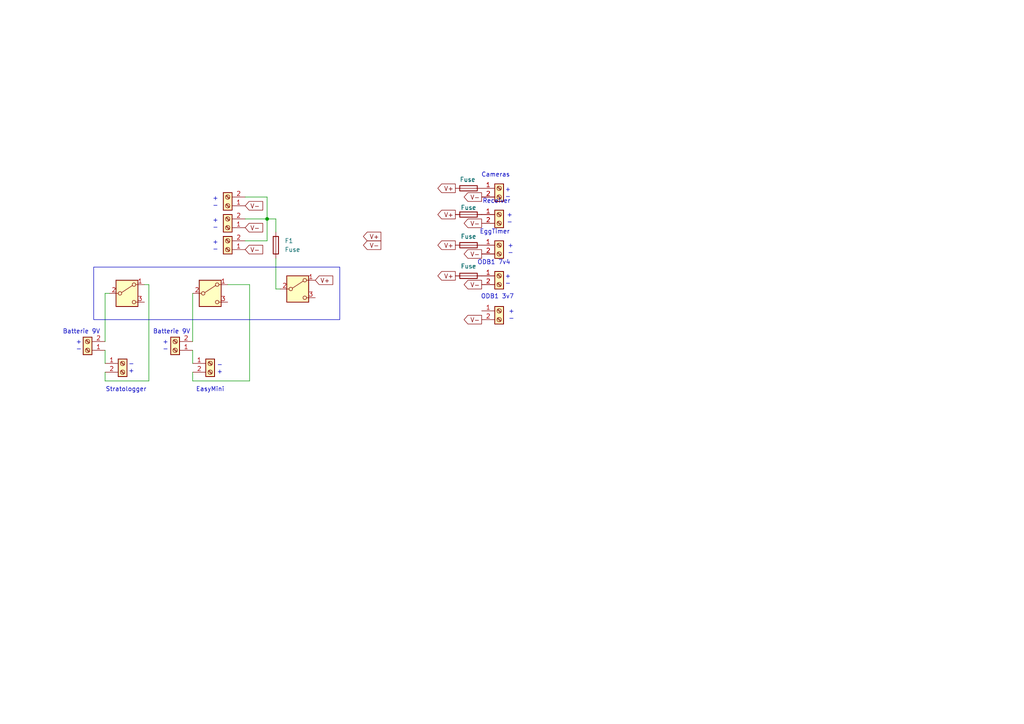
<source format=kicad_sch>
(kicad_sch
	(version 20231120)
	(generator "eeschema")
	(generator_version "8.0")
	(uuid "0b320563-470f-4c42-86e4-4476d70a9b32")
	(paper "A4")
	(lib_symbols
		(symbol "Connector:Screw_Terminal_01x02"
			(pin_names
				(offset 1.016) hide)
			(exclude_from_sim no)
			(in_bom yes)
			(on_board yes)
			(property "Reference" "J"
				(at 0 2.54 0)
				(effects
					(font
						(size 1.27 1.27)
					)
				)
			)
			(property "Value" "Screw_Terminal_01x02"
				(at 0 -5.08 0)
				(effects
					(font
						(size 1.27 1.27)
					)
				)
			)
			(property "Footprint" ""
				(at 0 0 0)
				(effects
					(font
						(size 1.27 1.27)
					)
					(hide yes)
				)
			)
			(property "Datasheet" "~"
				(at 0 0 0)
				(effects
					(font
						(size 1.27 1.27)
					)
					(hide yes)
				)
			)
			(property "Description" "Generic screw terminal, single row, 01x02, script generated (kicad-library-utils/schlib/autogen/connector/)"
				(at 0 0 0)
				(effects
					(font
						(size 1.27 1.27)
					)
					(hide yes)
				)
			)
			(property "ki_keywords" "screw terminal"
				(at 0 0 0)
				(effects
					(font
						(size 1.27 1.27)
					)
					(hide yes)
				)
			)
			(property "ki_fp_filters" "TerminalBlock*:*"
				(at 0 0 0)
				(effects
					(font
						(size 1.27 1.27)
					)
					(hide yes)
				)
			)
			(symbol "Screw_Terminal_01x02_1_1"
				(rectangle
					(start -1.27 1.27)
					(end 1.27 -3.81)
					(stroke
						(width 0.254)
						(type default)
					)
					(fill
						(type background)
					)
				)
				(circle
					(center 0 -2.54)
					(radius 0.635)
					(stroke
						(width 0.1524)
						(type default)
					)
					(fill
						(type none)
					)
				)
				(polyline
					(pts
						(xy -0.5334 -2.2098) (xy 0.3302 -3.048)
					)
					(stroke
						(width 0.1524)
						(type default)
					)
					(fill
						(type none)
					)
				)
				(polyline
					(pts
						(xy -0.5334 0.3302) (xy 0.3302 -0.508)
					)
					(stroke
						(width 0.1524)
						(type default)
					)
					(fill
						(type none)
					)
				)
				(polyline
					(pts
						(xy -0.3556 -2.032) (xy 0.508 -2.8702)
					)
					(stroke
						(width 0.1524)
						(type default)
					)
					(fill
						(type none)
					)
				)
				(polyline
					(pts
						(xy -0.3556 0.508) (xy 0.508 -0.3302)
					)
					(stroke
						(width 0.1524)
						(type default)
					)
					(fill
						(type none)
					)
				)
				(circle
					(center 0 0)
					(radius 0.635)
					(stroke
						(width 0.1524)
						(type default)
					)
					(fill
						(type none)
					)
				)
				(pin passive line
					(at -5.08 0 0)
					(length 3.81)
					(name "Pin_1"
						(effects
							(font
								(size 1.27 1.27)
							)
						)
					)
					(number "1"
						(effects
							(font
								(size 1.27 1.27)
							)
						)
					)
				)
				(pin passive line
					(at -5.08 -2.54 0)
					(length 3.81)
					(name "Pin_2"
						(effects
							(font
								(size 1.27 1.27)
							)
						)
					)
					(number "2"
						(effects
							(font
								(size 1.27 1.27)
							)
						)
					)
				)
			)
		)
		(symbol "Device:Fuse"
			(pin_numbers hide)
			(pin_names
				(offset 0)
			)
			(exclude_from_sim no)
			(in_bom yes)
			(on_board yes)
			(property "Reference" "F"
				(at 2.032 0 90)
				(effects
					(font
						(size 1.27 1.27)
					)
				)
			)
			(property "Value" "Fuse"
				(at -1.905 0 90)
				(effects
					(font
						(size 1.27 1.27)
					)
				)
			)
			(property "Footprint" ""
				(at -1.778 0 90)
				(effects
					(font
						(size 1.27 1.27)
					)
					(hide yes)
				)
			)
			(property "Datasheet" "~"
				(at 0 0 0)
				(effects
					(font
						(size 1.27 1.27)
					)
					(hide yes)
				)
			)
			(property "Description" "Fuse"
				(at 0 0 0)
				(effects
					(font
						(size 1.27 1.27)
					)
					(hide yes)
				)
			)
			(property "ki_keywords" "fuse"
				(at 0 0 0)
				(effects
					(font
						(size 1.27 1.27)
					)
					(hide yes)
				)
			)
			(property "ki_fp_filters" "*Fuse*"
				(at 0 0 0)
				(effects
					(font
						(size 1.27 1.27)
					)
					(hide yes)
				)
			)
			(symbol "Fuse_0_1"
				(rectangle
					(start -0.762 -2.54)
					(end 0.762 2.54)
					(stroke
						(width 0.254)
						(type default)
					)
					(fill
						(type none)
					)
				)
				(polyline
					(pts
						(xy 0 2.54) (xy 0 -2.54)
					)
					(stroke
						(width 0)
						(type default)
					)
					(fill
						(type none)
					)
				)
			)
			(symbol "Fuse_1_1"
				(pin passive line
					(at 0 3.81 270)
					(length 1.27)
					(name "~"
						(effects
							(font
								(size 1.27 1.27)
							)
						)
					)
					(number "1"
						(effects
							(font
								(size 1.27 1.27)
							)
						)
					)
				)
				(pin passive line
					(at 0 -3.81 90)
					(length 1.27)
					(name "~"
						(effects
							(font
								(size 1.27 1.27)
							)
						)
					)
					(number "2"
						(effects
							(font
								(size 1.27 1.27)
							)
						)
					)
				)
			)
		)
		(symbol "Switch:SW_DPDT_x2"
			(pin_names
				(offset 0) hide)
			(exclude_from_sim no)
			(in_bom yes)
			(on_board yes)
			(property "Reference" "SW"
				(at 0 5.08 0)
				(effects
					(font
						(size 1.27 1.27)
					)
				)
			)
			(property "Value" "SW_DPDT_x2"
				(at 0 -5.08 0)
				(effects
					(font
						(size 1.27 1.27)
					)
				)
			)
			(property "Footprint" ""
				(at 0 0 0)
				(effects
					(font
						(size 1.27 1.27)
					)
					(hide yes)
				)
			)
			(property "Datasheet" "~"
				(at 0 0 0)
				(effects
					(font
						(size 1.27 1.27)
					)
					(hide yes)
				)
			)
			(property "Description" "Switch, dual pole double throw, separate symbols"
				(at 0 0 0)
				(effects
					(font
						(size 1.27 1.27)
					)
					(hide yes)
				)
			)
			(property "ki_keywords" "switch dual-pole double-throw DPDT spdt ON-ON"
				(at 0 0 0)
				(effects
					(font
						(size 1.27 1.27)
					)
					(hide yes)
				)
			)
			(property "ki_fp_filters" "SW*DPDT*"
				(at 0 0 0)
				(effects
					(font
						(size 1.27 1.27)
					)
					(hide yes)
				)
			)
			(symbol "SW_DPDT_x2_0_0"
				(circle
					(center -2.032 0)
					(radius 0.508)
					(stroke
						(width 0)
						(type default)
					)
					(fill
						(type none)
					)
				)
				(circle
					(center 2.032 -2.54)
					(radius 0.508)
					(stroke
						(width 0)
						(type default)
					)
					(fill
						(type none)
					)
				)
			)
			(symbol "SW_DPDT_x2_0_1"
				(rectangle
					(start -3.175 3.81)
					(end 3.175 -3.81)
					(stroke
						(width 0.254)
						(type default)
					)
					(fill
						(type background)
					)
				)
				(polyline
					(pts
						(xy -1.524 0.254) (xy 1.5748 2.286)
					)
					(stroke
						(width 0)
						(type default)
					)
					(fill
						(type none)
					)
				)
				(circle
					(center 2.032 2.54)
					(radius 0.508)
					(stroke
						(width 0)
						(type default)
					)
					(fill
						(type none)
					)
				)
			)
			(symbol "SW_DPDT_x2_1_1"
				(pin passive line
					(at 5.08 2.54 180)
					(length 2.54)
					(name "A"
						(effects
							(font
								(size 1.27 1.27)
							)
						)
					)
					(number "1"
						(effects
							(font
								(size 1.27 1.27)
							)
						)
					)
				)
				(pin passive line
					(at -5.08 0 0)
					(length 2.54)
					(name "B"
						(effects
							(font
								(size 1.27 1.27)
							)
						)
					)
					(number "2"
						(effects
							(font
								(size 1.27 1.27)
							)
						)
					)
				)
				(pin passive line
					(at 5.08 -2.54 180)
					(length 2.54)
					(name "C"
						(effects
							(font
								(size 1.27 1.27)
							)
						)
					)
					(number "3"
						(effects
							(font
								(size 1.27 1.27)
							)
						)
					)
				)
			)
			(symbol "SW_DPDT_x2_2_1"
				(pin passive line
					(at 5.08 2.54 180)
					(length 2.54)
					(name "A"
						(effects
							(font
								(size 1.27 1.27)
							)
						)
					)
					(number "4"
						(effects
							(font
								(size 1.27 1.27)
							)
						)
					)
				)
				(pin passive line
					(at -5.08 0 0)
					(length 2.54)
					(name "B"
						(effects
							(font
								(size 1.27 1.27)
							)
						)
					)
					(number "5"
						(effects
							(font
								(size 1.27 1.27)
							)
						)
					)
				)
				(pin passive line
					(at 5.08 -2.54 180)
					(length 2.54)
					(name "C"
						(effects
							(font
								(size 1.27 1.27)
							)
						)
					)
					(number "6"
						(effects
							(font
								(size 1.27 1.27)
							)
						)
					)
				)
			)
		)
	)
	(junction
		(at 77.47 63.5)
		(diameter 0)
		(color 0 0 0 0)
		(uuid "16b671a5-05c6-486d-9388-6f43dc65831a")
	)
	(wire
		(pts
			(xy 80.01 63.5) (xy 80.01 67.31)
		)
		(stroke
			(width 0)
			(type default)
		)
		(uuid "0a54d784-1049-46fd-88ca-221c9c46ee08")
	)
	(wire
		(pts
			(xy 30.48 99.06) (xy 30.48 85.09)
		)
		(stroke
			(width 0)
			(type default)
		)
		(uuid "0fc286c9-e2a2-4576-8f92-be3fdf295b3a")
	)
	(wire
		(pts
			(xy 30.48 110.49) (xy 43.18 110.49)
		)
		(stroke
			(width 0)
			(type default)
		)
		(uuid "283f7303-f779-4f20-b80f-23fcdb319b43")
	)
	(wire
		(pts
			(xy 80.01 83.82) (xy 81.28 83.82)
		)
		(stroke
			(width 0)
			(type default)
		)
		(uuid "30fcb86a-d6ad-4214-b0af-0c85c13a83c9")
	)
	(wire
		(pts
			(xy 72.39 110.49) (xy 55.88 110.49)
		)
		(stroke
			(width 0)
			(type default)
		)
		(uuid "31559908-c370-4500-bc76-f87221883f80")
	)
	(wire
		(pts
			(xy 55.88 99.06) (xy 55.88 85.09)
		)
		(stroke
			(width 0)
			(type default)
		)
		(uuid "357e8a13-65c7-4b7b-beff-4f5b84048f47")
	)
	(wire
		(pts
			(xy 77.47 57.15) (xy 77.47 63.5)
		)
		(stroke
			(width 0)
			(type default)
		)
		(uuid "4e3ddf45-3125-4c27-be09-7c635d734a15")
	)
	(wire
		(pts
			(xy 77.47 69.85) (xy 77.47 63.5)
		)
		(stroke
			(width 0)
			(type default)
		)
		(uuid "7011a3ca-fdff-42d4-9cba-9f5508f83396")
	)
	(wire
		(pts
			(xy 80.01 74.93) (xy 80.01 83.82)
		)
		(stroke
			(width 0)
			(type default)
		)
		(uuid "7c3e7a6e-d281-48d7-9097-624dab52a4b3")
	)
	(wire
		(pts
			(xy 77.47 63.5) (xy 80.01 63.5)
		)
		(stroke
			(width 0)
			(type default)
		)
		(uuid "7ff6c03a-42ac-420d-b5dc-bb46e2cf3292")
	)
	(wire
		(pts
			(xy 55.88 110.49) (xy 55.88 107.95)
		)
		(stroke
			(width 0)
			(type default)
		)
		(uuid "8f4e52ab-6acd-4cb6-a6c9-a11721e24dc7")
	)
	(wire
		(pts
			(xy 55.88 101.6) (xy 55.88 105.41)
		)
		(stroke
			(width 0)
			(type default)
		)
		(uuid "a02e0d03-1251-4cd8-babd-0a841cb04a5c")
	)
	(wire
		(pts
			(xy 77.47 63.5) (xy 71.12 63.5)
		)
		(stroke
			(width 0)
			(type default)
		)
		(uuid "a50d366a-9486-4adc-baae-1fcc18b99ec1")
	)
	(wire
		(pts
			(xy 43.18 82.55) (xy 43.18 110.49)
		)
		(stroke
			(width 0)
			(type default)
		)
		(uuid "a6a27f8b-9725-4768-8882-584fb7856253")
	)
	(wire
		(pts
			(xy 30.48 107.95) (xy 30.48 110.49)
		)
		(stroke
			(width 0)
			(type default)
		)
		(uuid "c27b8c64-6040-43f5-a320-a387e0bf88a6")
	)
	(wire
		(pts
			(xy 71.12 57.15) (xy 77.47 57.15)
		)
		(stroke
			(width 0)
			(type default)
		)
		(uuid "d5d6baeb-2ff5-4b57-8bbf-774700db135b")
	)
	(wire
		(pts
			(xy 72.39 82.55) (xy 66.04 82.55)
		)
		(stroke
			(width 0)
			(type default)
		)
		(uuid "e02a6e79-eff1-476a-9d3f-a246dc7a4a11")
	)
	(wire
		(pts
			(xy 41.91 82.55) (xy 43.18 82.55)
		)
		(stroke
			(width 0)
			(type default)
		)
		(uuid "e0940a90-c662-4cb5-ae4b-f3edcdeed447")
	)
	(wire
		(pts
			(xy 72.39 82.55) (xy 72.39 110.49)
		)
		(stroke
			(width 0)
			(type default)
		)
		(uuid "f0b7532b-770e-4ef8-92fa-0a24eed38d96")
	)
	(wire
		(pts
			(xy 30.48 85.09) (xy 31.75 85.09)
		)
		(stroke
			(width 0)
			(type default)
		)
		(uuid "f133184a-47e0-442c-b4e3-29d0670708c5")
	)
	(wire
		(pts
			(xy 71.12 69.85) (xy 77.47 69.85)
		)
		(stroke
			(width 0)
			(type default)
		)
		(uuid "fac3465c-d9eb-4128-b889-f2a938e87a8d")
	)
	(wire
		(pts
			(xy 30.48 101.6) (xy 30.48 105.41)
		)
		(stroke
			(width 0)
			(type default)
		)
		(uuid "fbb8d23d-b75c-4a66-8f08-349f618acaf2")
	)
	(rectangle
		(start 27.178 77.47)
		(end 98.552 92.71)
		(stroke
			(width 0)
			(type default)
		)
		(fill
			(type none)
		)
		(uuid 8fcec5d3-f277-4977-9a5e-9a5a9ab92f35)
	)
	(text "EggTimer"
		(exclude_from_sim no)
		(at 143.51 67.31 0)
		(effects
			(font
				(size 1.27 1.27)
			)
		)
		(uuid "0e2b7429-a4a2-418c-8d8b-5b30ebb7d7f7")
	)
	(text "+\n-\n"
		(exclude_from_sim no)
		(at 148.082 72.39 0)
		(effects
			(font
				(size 1.27 1.27)
			)
		)
		(uuid "104d53ce-cd93-481a-981f-5a42cb6f9d37")
	)
	(text "+\n-\n"
		(exclude_from_sim no)
		(at 147.32 81.28 0)
		(effects
			(font
				(size 1.27 1.27)
			)
		)
		(uuid "26478877-d4a4-4b96-a60f-e314105e8437")
	)
	(text "Batterie 9V"
		(exclude_from_sim no)
		(at 23.622 96.266 0)
		(effects
			(font
				(size 1.27 1.27)
			)
		)
		(uuid "2b99d8b5-8996-4286-a55a-52badf81c034")
	)
	(text "ODB1 3v7"
		(exclude_from_sim no)
		(at 144.272 86.106 0)
		(effects
			(font
				(size 1.27 1.27)
			)
		)
		(uuid "3c2ee9eb-72a4-41f6-a2a2-14ae323c7aa8")
	)
	(text "+\n-\n"
		(exclude_from_sim no)
		(at 62.484 71.374 0)
		(effects
			(font
				(size 1.27 1.27)
			)
		)
		(uuid "3e6e2b98-d67d-4c24-b5e9-2dcd3e6864db")
	)
	(text "+\n-\n"
		(exclude_from_sim no)
		(at 147.828 63.5 0)
		(effects
			(font
				(size 1.27 1.27)
			)
		)
		(uuid "46800294-32b5-48c4-8d0d-ab320912f83e")
	)
	(text "+\n-\n"
		(exclude_from_sim no)
		(at 48.006 100.33 0)
		(effects
			(font
				(size 1.27 1.27)
			)
		)
		(uuid "4af92e0e-528d-4147-990c-b31f50eab79a")
	)
	(text "EasyMini"
		(exclude_from_sim no)
		(at 60.96 113.03 0)
		(effects
			(font
				(size 1.27 1.27)
			)
		)
		(uuid "50af0b83-3ad7-44a8-b364-d907b9f236bd")
	)
	(text "+\n-\n"
		(exclude_from_sim no)
		(at 148.336 91.44 0)
		(effects
			(font
				(size 1.27 1.27)
			)
		)
		(uuid "5e03c9d4-6d9f-4b9c-8fed-9631be86a72b")
	)
	(text "Cameras"
		(exclude_from_sim no)
		(at 143.764 50.8 0)
		(effects
			(font
				(size 1.27 1.27)
			)
		)
		(uuid "7ba7e10e-6e0e-4890-82f8-d89c62115062")
	)
	(text "+\n-\n"
		(exclude_from_sim no)
		(at 62.484 58.674 0)
		(effects
			(font
				(size 1.27 1.27)
			)
		)
		(uuid "80a80449-a329-4630-a971-5a7028bc4170")
	)
	(text "+\n-\n"
		(exclude_from_sim no)
		(at 62.484 65.024 0)
		(effects
			(font
				(size 1.27 1.27)
			)
		)
		(uuid "81afa34b-d710-49f0-a86e-309c6f38c73f")
	)
	(text "-\n+\n"
		(exclude_from_sim no)
		(at 38.1 106.68 0)
		(effects
			(font
				(size 1.27 1.27)
			)
		)
		(uuid "883937f8-c7a2-4144-8033-e08c73946abc")
	)
	(text "+\n-\n"
		(exclude_from_sim no)
		(at 147.32 56.134 0)
		(effects
			(font
				(size 1.27 1.27)
			)
		)
		(uuid "952cf120-bbc8-4f4e-9da9-ea0a995ffe34")
	)
	(text "+\n-\n"
		(exclude_from_sim no)
		(at 22.86 100.33 0)
		(effects
			(font
				(size 1.27 1.27)
			)
		)
		(uuid "99c465d7-cbce-44b7-906b-3653de144005")
	)
	(text "Receiver"
		(exclude_from_sim no)
		(at 144.018 58.42 0)
		(effects
			(font
				(size 1.27 1.27)
			)
		)
		(uuid "aa367cb5-f23d-4373-95e1-2a8d5ca7f6a4")
	)
	(text "Batterie 9V"
		(exclude_from_sim no)
		(at 49.784 96.266 0)
		(effects
			(font
				(size 1.27 1.27)
			)
		)
		(uuid "c0a05e2d-32be-489a-9cf7-5845918d0e87")
	)
	(text "Stratologger"
		(exclude_from_sim no)
		(at 36.576 113.03 0)
		(effects
			(font
				(size 1.27 1.27)
			)
		)
		(uuid "c15f6b39-2e29-4d92-ab58-74f4cd120f8d")
	)
	(text "ODB1 7v4"
		(exclude_from_sim no)
		(at 143.256 76.2 0)
		(effects
			(font
				(size 1.27 1.27)
			)
		)
		(uuid "e975a69e-d384-4b66-b1a2-65b7abc784c4")
	)
	(text "-\n+\n"
		(exclude_from_sim no)
		(at 63.754 106.934 0)
		(effects
			(font
				(size 1.27 1.27)
			)
		)
		(uuid "f771689c-d3fe-49d5-b82d-86bdcaae8302")
	)
	(global_label "V-"
		(shape output)
		(at 110.49 71.12 180)
		(fields_autoplaced yes)
		(effects
			(font
				(size 1.27 1.27)
			)
			(justify right)
		)
		(uuid "25360cb6-7b85-47a0-a884-dbd81b984550")
		(property "Intersheetrefs" "${INTERSHEET_REFS}"
			(at 104.8438 71.12 0)
			(effects
				(font
					(size 1.27 1.27)
				)
				(justify right)
				(hide yes)
			)
		)
	)
	(global_label "V-"
		(shape output)
		(at 139.7 64.77 180)
		(fields_autoplaced yes)
		(effects
			(font
				(size 1.27 1.27)
			)
			(justify right)
		)
		(uuid "2a0566c7-482e-403f-943d-74646531cb7f")
		(property "Intersheetrefs" "${INTERSHEET_REFS}"
			(at 134.0538 64.77 0)
			(effects
				(font
					(size 1.27 1.27)
				)
				(justify right)
				(hide yes)
			)
		)
	)
	(global_label "V-"
		(shape output)
		(at 139.7 73.66 180)
		(fields_autoplaced yes)
		(effects
			(font
				(size 1.27 1.27)
			)
			(justify right)
		)
		(uuid "3571db90-ad60-4dd5-b16e-f55bfb967c5c")
		(property "Intersheetrefs" "${INTERSHEET_REFS}"
			(at 134.0538 73.66 0)
			(effects
				(font
					(size 1.27 1.27)
				)
				(justify right)
				(hide yes)
			)
		)
	)
	(global_label "V-"
		(shape input)
		(at 71.12 72.39 0)
		(fields_autoplaced yes)
		(effects
			(font
				(size 1.27 1.27)
			)
			(justify left)
		)
		(uuid "35a94ba5-9c62-428f-b160-6ef3348cf243")
		(property "Intersheetrefs" "${INTERSHEET_REFS}"
			(at 76.7662 72.39 0)
			(effects
				(font
					(size 1.27 1.27)
				)
				(justify left)
				(hide yes)
			)
		)
	)
	(global_label "V+"
		(shape output)
		(at 132.08 80.01 180)
		(fields_autoplaced yes)
		(effects
			(font
				(size 1.27 1.27)
			)
			(justify right)
		)
		(uuid "5a31ee35-099a-48f9-a813-6d55f3aeccde")
		(property "Intersheetrefs" "${INTERSHEET_REFS}"
			(at 126.4338 80.01 0)
			(effects
				(font
					(size 1.27 1.27)
				)
				(justify right)
				(hide yes)
			)
		)
	)
	(global_label "V-"
		(shape input)
		(at 71.12 66.04 0)
		(fields_autoplaced yes)
		(effects
			(font
				(size 1.27 1.27)
			)
			(justify left)
		)
		(uuid "7892fed4-ea19-4d14-bd1e-d4d926ac87cb")
		(property "Intersheetrefs" "${INTERSHEET_REFS}"
			(at 76.7662 66.04 0)
			(effects
				(font
					(size 1.27 1.27)
				)
				(justify left)
				(hide yes)
			)
		)
	)
	(global_label "V-"
		(shape input)
		(at 71.12 59.69 0)
		(fields_autoplaced yes)
		(effects
			(font
				(size 1.27 1.27)
			)
			(justify left)
		)
		(uuid "79d2b869-6df9-40c8-9a12-f453b91c02e6")
		(property "Intersheetrefs" "${INTERSHEET_REFS}"
			(at 76.7662 59.69 0)
			(effects
				(font
					(size 1.27 1.27)
				)
				(justify left)
				(hide yes)
			)
		)
	)
	(global_label "V-"
		(shape output)
		(at 139.7 57.15 180)
		(fields_autoplaced yes)
		(effects
			(font
				(size 1.27 1.27)
			)
			(justify right)
		)
		(uuid "8a79d150-d9f8-42ab-892d-352e578e900f")
		(property "Intersheetrefs" "${INTERSHEET_REFS}"
			(at 134.0538 57.15 0)
			(effects
				(font
					(size 1.27 1.27)
				)
				(justify right)
				(hide yes)
			)
		)
	)
	(global_label "V+"
		(shape output)
		(at 132.08 62.23 180)
		(fields_autoplaced yes)
		(effects
			(font
				(size 1.27 1.27)
			)
			(justify right)
		)
		(uuid "944132c1-24a9-48c6-a131-c9ea97cacf9f")
		(property "Intersheetrefs" "${INTERSHEET_REFS}"
			(at 126.4338 62.23 0)
			(effects
				(font
					(size 1.27 1.27)
				)
				(justify right)
				(hide yes)
			)
		)
	)
	(global_label "V+"
		(shape output)
		(at 132.08 54.61 180)
		(fields_autoplaced yes)
		(effects
			(font
				(size 1.27 1.27)
			)
			(justify right)
		)
		(uuid "9764ae44-2136-458d-91cd-e5d0055cd648")
		(property "Intersheetrefs" "${INTERSHEET_REFS}"
			(at 126.4338 54.61 0)
			(effects
				(font
					(size 1.27 1.27)
				)
				(justify right)
				(hide yes)
			)
		)
	)
	(global_label "V+"
		(shape output)
		(at 132.08 71.12 180)
		(fields_autoplaced yes)
		(effects
			(font
				(size 1.27 1.27)
			)
			(justify right)
		)
		(uuid "bca26f26-edb6-49c6-aa38-eab0597b25e4")
		(property "Intersheetrefs" "${INTERSHEET_REFS}"
			(at 126.4338 71.12 0)
			(effects
				(font
					(size 1.27 1.27)
				)
				(justify right)
				(hide yes)
			)
		)
	)
	(global_label "V-"
		(shape output)
		(at 139.7 82.55 180)
		(fields_autoplaced yes)
		(effects
			(font
				(size 1.27 1.27)
			)
			(justify right)
		)
		(uuid "cb9fbbdf-c0c0-4714-bf7b-d1143a2b7958")
		(property "Intersheetrefs" "${INTERSHEET_REFS}"
			(at 134.0538 82.55 0)
			(effects
				(font
					(size 1.27 1.27)
				)
				(justify right)
				(hide yes)
			)
		)
	)
	(global_label "V+"
		(shape output)
		(at 110.49 68.58 180)
		(fields_autoplaced yes)
		(effects
			(font
				(size 1.27 1.27)
			)
			(justify right)
		)
		(uuid "daa01468-edc1-4ba4-826f-0191a0249d53")
		(property "Intersheetrefs" "${INTERSHEET_REFS}"
			(at 104.8438 68.58 0)
			(effects
				(font
					(size 1.27 1.27)
				)
				(justify right)
				(hide yes)
			)
		)
	)
	(global_label "V-"
		(shape output)
		(at 139.7 92.71 180)
		(fields_autoplaced yes)
		(effects
			(font
				(size 1.27 1.27)
			)
			(justify right)
		)
		(uuid "e057d2ed-0933-4c4f-ac7b-877844a85458")
		(property "Intersheetrefs" "${INTERSHEET_REFS}"
			(at 134.0538 92.71 0)
			(effects
				(font
					(size 1.27 1.27)
				)
				(justify right)
				(hide yes)
			)
		)
	)
	(global_label "V+"
		(shape input)
		(at 91.44 81.28 0)
		(fields_autoplaced yes)
		(effects
			(font
				(size 1.27 1.27)
			)
			(justify left)
		)
		(uuid "efdda02a-2733-4111-8098-cc6b26f2ae8f")
		(property "Intersheetrefs" "${INTERSHEET_REFS}"
			(at 97.0862 81.28 0)
			(effects
				(font
					(size 1.27 1.27)
				)
				(justify left)
				(hide yes)
			)
		)
	)
	(symbol
		(lib_id "Connector:Screw_Terminal_01x02")
		(at 66.04 72.39 180)
		(unit 1)
		(exclude_from_sim no)
		(in_bom yes)
		(on_board yes)
		(dnp no)
		(fields_autoplaced yes)
		(uuid "0e5c6aa9-8956-4259-9eee-df60e3d49675")
		(property "Reference" "J3"
			(at 66.04 63.5 0)
			(effects
				(font
					(size 1.27 1.27)
				)
				(hide yes)
			)
		)
		(property "Value" "Screw_Terminal_01x02"
			(at 66.04 66.04 0)
			(effects
				(font
					(size 1.27 1.27)
				)
				(hide yes)
			)
		)
		(property "Footprint" "Connector_AMASS:AMASS_XT30U-M_1x02_P5.0mm_Vertical"
			(at 66.04 72.39 0)
			(effects
				(font
					(size 1.27 1.27)
				)
				(hide yes)
			)
		)
		(property "Datasheet" "~"
			(at 66.04 72.39 0)
			(effects
				(font
					(size 1.27 1.27)
				)
				(hide yes)
			)
		)
		(property "Description" "Generic screw terminal, single row, 01x02, script generated (kicad-library-utils/schlib/autogen/connector/)"
			(at 66.04 72.39 0)
			(effects
				(font
					(size 1.27 1.27)
				)
				(hide yes)
			)
		)
		(property "LCSC Part #" "C129184"
			(at 66.04 72.39 0)
			(effects
				(font
					(size 1.27 1.27)
				)
				(hide yes)
			)
		)
		(pin "2"
			(uuid "99c53911-c732-4042-868a-27ccc0882e8d")
		)
		(pin "1"
			(uuid "61c12257-be06-4e48-bfbd-f842e72fb9c3")
		)
		(instances
			(project "Push Pin 3"
				(path "/0b320563-470f-4c42-86e4-4476d70a9b32"
					(reference "J3")
					(unit 1)
				)
			)
		)
	)
	(symbol
		(lib_id "Switch:SW_DPDT_x2")
		(at 36.83 85.09 0)
		(unit 1)
		(exclude_from_sim no)
		(in_bom yes)
		(on_board yes)
		(dnp no)
		(fields_autoplaced yes)
		(uuid "190036a7-26ec-4b44-af75-dfb18d2409d2")
		(property "Reference" "SW2"
			(at 36.83 76.2 0)
			(effects
				(font
					(size 1.27 1.27)
				)
				(hide yes)
			)
		)
		(property "Value" "SW_DPDT_x2"
			(at 36.83 78.74 0)
			(effects
				(font
					(size 1.27 1.27)
				)
				(hide yes)
			)
		)
		(property "Footprint" "Library:Omrun_SS-01GL13"
			(at 36.83 85.09 0)
			(effects
				(font
					(size 1.27 1.27)
				)
				(hide yes)
			)
		)
		(property "Datasheet" "~"
			(at 36.83 85.09 0)
			(effects
				(font
					(size 1.27 1.27)
				)
				(hide yes)
			)
		)
		(property "Description" "Switch, dual pole double throw, separate symbols"
			(at 36.83 85.09 0)
			(effects
				(font
					(size 1.27 1.27)
				)
				(hide yes)
			)
		)
		(pin "3"
			(uuid "95511956-c70c-422f-930d-05827ad0ed6c")
		)
		(pin "1"
			(uuid "abe0ed92-a74f-4010-b6d6-0b2b75cf42d0")
		)
		(pin "5"
			(uuid "5b8b472d-46ee-4815-956f-5a85bfa52cd8")
		)
		(pin "4"
			(uuid "e33e5a47-a109-4d50-a3bd-37dc7afa1892")
		)
		(pin "2"
			(uuid "fb582f2f-6942-46f8-b931-e9429dd7a592")
		)
		(pin "6"
			(uuid "78fc5403-340c-4162-9613-f9c19ad4c12d")
		)
		(instances
			(project "Push Pin 3"
				(path "/0b320563-470f-4c42-86e4-4476d70a9b32"
					(reference "SW2")
					(unit 1)
				)
			)
		)
	)
	(symbol
		(lib_id "Device:Fuse")
		(at 135.89 54.61 90)
		(unit 1)
		(exclude_from_sim no)
		(in_bom yes)
		(on_board yes)
		(dnp no)
		(uuid "2343c5f8-f8d0-4769-8e26-d56a8932b67a")
		(property "Reference" "F2"
			(at 135.89 48.26 90)
			(effects
				(font
					(size 1.27 1.27)
				)
				(hide yes)
			)
		)
		(property "Value" "Fuse"
			(at 135.636 52.07 90)
			(effects
				(font
					(size 1.27 1.27)
				)
			)
		)
		(property "Footprint" ""
			(at 135.89 56.388 90)
			(effects
				(font
					(size 1.27 1.27)
				)
				(hide yes)
			)
		)
		(property "Datasheet" "~"
			(at 135.89 54.61 0)
			(effects
				(font
					(size 1.27 1.27)
				)
				(hide yes)
			)
		)
		(property "Description" "Fuse"
			(at 135.89 54.61 0)
			(effects
				(font
					(size 1.27 1.27)
				)
				(hide yes)
			)
		)
		(pin "2"
			(uuid "7a218330-fa1a-4e06-ae8c-a7b08e0dca67")
		)
		(pin "1"
			(uuid "4599adc2-84ba-4c3e-b5a3-3d5387e83299")
		)
		(instances
			(project "Push Pin 3"
				(path "/0b320563-470f-4c42-86e4-4476d70a9b32"
					(reference "F2")
					(unit 1)
				)
			)
		)
	)
	(symbol
		(lib_id "Device:Fuse")
		(at 135.89 71.12 90)
		(unit 1)
		(exclude_from_sim no)
		(in_bom yes)
		(on_board yes)
		(dnp no)
		(uuid "4bd84c94-bf12-4453-9fb3-64851ab95c82")
		(property "Reference" "F4"
			(at 135.89 64.77 90)
			(effects
				(font
					(size 1.27 1.27)
				)
				(hide yes)
			)
		)
		(property "Value" "Fuse"
			(at 135.89 68.58 90)
			(effects
				(font
					(size 1.27 1.27)
				)
			)
		)
		(property "Footprint" ""
			(at 135.89 72.898 90)
			(effects
				(font
					(size 1.27 1.27)
				)
				(hide yes)
			)
		)
		(property "Datasheet" "~"
			(at 135.89 71.12 0)
			(effects
				(font
					(size 1.27 1.27)
				)
				(hide yes)
			)
		)
		(property "Description" "Fuse"
			(at 135.89 71.12 0)
			(effects
				(font
					(size 1.27 1.27)
				)
				(hide yes)
			)
		)
		(pin "2"
			(uuid "1ba0735e-4e97-4f25-bd1f-3e755a396482")
		)
		(pin "1"
			(uuid "b15637a5-8553-41f8-aa27-1efb4b321249")
		)
		(instances
			(project "Push Pin 3"
				(path "/0b320563-470f-4c42-86e4-4476d70a9b32"
					(reference "F4")
					(unit 1)
				)
			)
		)
	)
	(symbol
		(lib_id "Switch:SW_DPDT_x2")
		(at 60.96 85.09 0)
		(unit 1)
		(exclude_from_sim no)
		(in_bom yes)
		(on_board yes)
		(dnp no)
		(fields_autoplaced yes)
		(uuid "55eeea48-fce7-439c-a88b-9e52b2d8d239")
		(property "Reference" "SW1"
			(at 60.96 76.2 0)
			(effects
				(font
					(size 1.27 1.27)
				)
				(hide yes)
			)
		)
		(property "Value" "SW_DPDT_x2"
			(at 60.96 78.74 0)
			(effects
				(font
					(size 1.27 1.27)
				)
				(hide yes)
			)
		)
		(property "Footprint" "Library:Omrun_SS-01GL13"
			(at 60.96 85.09 0)
			(effects
				(font
					(size 1.27 1.27)
				)
				(hide yes)
			)
		)
		(property "Datasheet" "~"
			(at 60.96 85.09 0)
			(effects
				(font
					(size 1.27 1.27)
				)
				(hide yes)
			)
		)
		(property "Description" "Switch, dual pole double throw, separate symbols"
			(at 60.96 85.09 0)
			(effects
				(font
					(size 1.27 1.27)
				)
				(hide yes)
			)
		)
		(pin "3"
			(uuid "82491992-5e44-4d00-b9c1-d22f791531c5")
		)
		(pin "1"
			(uuid "12ce1141-2641-4295-bf37-59368ecc8453")
		)
		(pin "5"
			(uuid "5b8b472d-46ee-4815-956f-5a85bfa52cd8")
		)
		(pin "4"
			(uuid "e33e5a47-a109-4d50-a3bd-37dc7afa1892")
		)
		(pin "2"
			(uuid "cca0f7d1-3b00-4e8f-ae31-467897fda8f8")
		)
		(pin "6"
			(uuid "78fc5403-340c-4162-9613-f9c19ad4c12d")
		)
		(instances
			(project ""
				(path "/0b320563-470f-4c42-86e4-4476d70a9b32"
					(reference "SW1")
					(unit 1)
				)
			)
		)
	)
	(symbol
		(lib_id "Device:Fuse")
		(at 80.01 71.12 0)
		(unit 1)
		(exclude_from_sim no)
		(in_bom yes)
		(on_board yes)
		(dnp no)
		(fields_autoplaced yes)
		(uuid "581b1b44-7a0e-4f4e-8bcd-3d0de60ea10a")
		(property "Reference" "F1"
			(at 82.55 69.8499 0)
			(effects
				(font
					(size 1.27 1.27)
				)
				(justify left)
			)
		)
		(property "Value" "Fuse"
			(at 82.55 72.3899 0)
			(effects
				(font
					(size 1.27 1.27)
				)
				(justify left)
			)
		)
		(property "Footprint" ""
			(at 78.232 71.12 90)
			(effects
				(font
					(size 1.27 1.27)
				)
				(hide yes)
			)
		)
		(property "Datasheet" "~"
			(at 80.01 71.12 0)
			(effects
				(font
					(size 1.27 1.27)
				)
				(hide yes)
			)
		)
		(property "Description" "Fuse"
			(at 80.01 71.12 0)
			(effects
				(font
					(size 1.27 1.27)
				)
				(hide yes)
			)
		)
		(pin "2"
			(uuid "8ca8986e-4efa-40eb-b21e-d84e22b4ac2a")
		)
		(pin "1"
			(uuid "7a71ccc5-c483-401c-b255-86b668cdf274")
		)
		(instances
			(project ""
				(path "/0b320563-470f-4c42-86e4-4476d70a9b32"
					(reference "F1")
					(unit 1)
				)
			)
		)
	)
	(symbol
		(lib_id "Connector:Screw_Terminal_01x02")
		(at 144.78 54.61 0)
		(unit 1)
		(exclude_from_sim no)
		(in_bom yes)
		(on_board yes)
		(dnp no)
		(fields_autoplaced yes)
		(uuid "773e915c-d211-4f9b-ab2e-7f9f928e9674")
		(property "Reference" "J8"
			(at 144.78 63.5 0)
			(effects
				(font
					(size 1.27 1.27)
				)
				(hide yes)
			)
		)
		(property "Value" "Screw_Terminal_01x02"
			(at 144.78 60.96 0)
			(effects
				(font
					(size 1.27 1.27)
				)
				(hide yes)
			)
		)
		(property "Footprint" "Connector_AMASS:AMASS_XT30U-M_1x02_P5.0mm_Vertical"
			(at 144.78 54.61 0)
			(effects
				(font
					(size 1.27 1.27)
				)
				(hide yes)
			)
		)
		(property "Datasheet" "~"
			(at 144.78 54.61 0)
			(effects
				(font
					(size 1.27 1.27)
				)
				(hide yes)
			)
		)
		(property "Description" "Generic screw terminal, single row, 01x02, script generated (kicad-library-utils/schlib/autogen/connector/)"
			(at 144.78 54.61 0)
			(effects
				(font
					(size 1.27 1.27)
				)
				(hide yes)
			)
		)
		(property "LCSC Part #" "C129184"
			(at 144.78 54.61 0)
			(effects
				(font
					(size 1.27 1.27)
				)
				(hide yes)
			)
		)
		(pin "2"
			(uuid "a66945d8-29c3-443d-add1-81f2b2a061a3")
		)
		(pin "1"
			(uuid "e85ed895-f221-4840-a890-65293ee1dded")
		)
		(instances
			(project "Push Pin 3"
				(path "/0b320563-470f-4c42-86e4-4476d70a9b32"
					(reference "J8")
					(unit 1)
				)
			)
		)
	)
	(symbol
		(lib_id "Connector:Screw_Terminal_01x02")
		(at 144.78 62.23 0)
		(unit 1)
		(exclude_from_sim no)
		(in_bom yes)
		(on_board yes)
		(dnp no)
		(fields_autoplaced yes)
		(uuid "7a15dac5-8d9f-49d2-afaa-83b3063d389e")
		(property "Reference" "J9"
			(at 144.78 71.12 0)
			(effects
				(font
					(size 1.27 1.27)
				)
				(hide yes)
			)
		)
		(property "Value" "Screw_Terminal_01x02"
			(at 144.78 68.58 0)
			(effects
				(font
					(size 1.27 1.27)
				)
				(hide yes)
			)
		)
		(property "Footprint" "Connector_AMASS:AMASS_XT30U-M_1x02_P5.0mm_Vertical"
			(at 144.78 62.23 0)
			(effects
				(font
					(size 1.27 1.27)
				)
				(hide yes)
			)
		)
		(property "Datasheet" "~"
			(at 144.78 62.23 0)
			(effects
				(font
					(size 1.27 1.27)
				)
				(hide yes)
			)
		)
		(property "Description" "Generic screw terminal, single row, 01x02, script generated (kicad-library-utils/schlib/autogen/connector/)"
			(at 144.78 62.23 0)
			(effects
				(font
					(size 1.27 1.27)
				)
				(hide yes)
			)
		)
		(property "LCSC Part #" "C129184"
			(at 144.78 62.23 0)
			(effects
				(font
					(size 1.27 1.27)
				)
				(hide yes)
			)
		)
		(pin "2"
			(uuid "6b7ed4bd-cb6a-479d-a628-9c4e0795ab86")
		)
		(pin "1"
			(uuid "2d4798ab-85df-4829-8d77-9368664d0d44")
		)
		(instances
			(project "Push Pin 3"
				(path "/0b320563-470f-4c42-86e4-4476d70a9b32"
					(reference "J9")
					(unit 1)
				)
			)
		)
	)
	(symbol
		(lib_id "Connector:Screw_Terminal_01x02")
		(at 66.04 66.04 180)
		(unit 1)
		(exclude_from_sim no)
		(in_bom yes)
		(on_board yes)
		(dnp no)
		(fields_autoplaced yes)
		(uuid "7ea6c3ac-2d4a-4280-9a7b-da03cb556fa6")
		(property "Reference" "J2"
			(at 66.04 57.15 0)
			(effects
				(font
					(size 1.27 1.27)
				)
				(hide yes)
			)
		)
		(property "Value" "Screw_Terminal_01x02"
			(at 66.04 59.69 0)
			(effects
				(font
					(size 1.27 1.27)
				)
				(hide yes)
			)
		)
		(property "Footprint" "Connector_AMASS:AMASS_XT30U-M_1x02_P5.0mm_Vertical"
			(at 66.04 66.04 0)
			(effects
				(font
					(size 1.27 1.27)
				)
				(hide yes)
			)
		)
		(property "Datasheet" "~"
			(at 66.04 66.04 0)
			(effects
				(font
					(size 1.27 1.27)
				)
				(hide yes)
			)
		)
		(property "Description" "Generic screw terminal, single row, 01x02, script generated (kicad-library-utils/schlib/autogen/connector/)"
			(at 66.04 66.04 0)
			(effects
				(font
					(size 1.27 1.27)
				)
				(hide yes)
			)
		)
		(property "LCSC Part #" "C129184"
			(at 66.04 66.04 0)
			(effects
				(font
					(size 1.27 1.27)
				)
				(hide yes)
			)
		)
		(pin "2"
			(uuid "8272bdd3-d80b-4d85-b82c-633707b8133b")
		)
		(pin "1"
			(uuid "3cdc078e-a711-4b32-b01d-e7e280dd2beb")
		)
		(instances
			(project "Push Pin 3"
				(path "/0b320563-470f-4c42-86e4-4476d70a9b32"
					(reference "J2")
					(unit 1)
				)
			)
		)
	)
	(symbol
		(lib_id "Connector:Screw_Terminal_01x02")
		(at 60.96 105.41 0)
		(unit 1)
		(exclude_from_sim no)
		(in_bom yes)
		(on_board yes)
		(dnp no)
		(fields_autoplaced yes)
		(uuid "8715c3a5-6e81-4ab5-9537-e511ba2b81d5")
		(property "Reference" "J7"
			(at 60.96 114.3 0)
			(effects
				(font
					(size 1.27 1.27)
				)
				(hide yes)
			)
		)
		(property "Value" "Screw_Terminal_01x02"
			(at 60.96 111.76 0)
			(effects
				(font
					(size 1.27 1.27)
				)
				(hide yes)
			)
		)
		(property "Footprint" "Connector_AMASS:AMASS_XT30U-M_1x02_P5.0mm_Vertical"
			(at 60.96 105.41 0)
			(effects
				(font
					(size 1.27 1.27)
				)
				(hide yes)
			)
		)
		(property "Datasheet" "~"
			(at 60.96 105.41 0)
			(effects
				(font
					(size 1.27 1.27)
				)
				(hide yes)
			)
		)
		(property "Description" "Generic screw terminal, single row, 01x02, script generated (kicad-library-utils/schlib/autogen/connector/)"
			(at 60.96 105.41 0)
			(effects
				(font
					(size 1.27 1.27)
				)
				(hide yes)
			)
		)
		(property "LCSC Part #" "C129184"
			(at 60.96 105.41 0)
			(effects
				(font
					(size 1.27 1.27)
				)
				(hide yes)
			)
		)
		(pin "2"
			(uuid "76ae0c2f-3a95-443b-99ac-727d5ca525cb")
		)
		(pin "1"
			(uuid "4d490a43-cc40-40f4-ae2a-84e96e5985e7")
		)
		(instances
			(project "Push Pin 3"
				(path "/0b320563-470f-4c42-86e4-4476d70a9b32"
					(reference "J7")
					(unit 1)
				)
			)
		)
	)
	(symbol
		(lib_id "Connector:Screw_Terminal_01x02")
		(at 144.78 80.01 0)
		(unit 1)
		(exclude_from_sim no)
		(in_bom yes)
		(on_board yes)
		(dnp no)
		(fields_autoplaced yes)
		(uuid "8c52291a-d399-442c-8858-75c83b6d2ec9")
		(property "Reference" "J11"
			(at 144.78 88.9 0)
			(effects
				(font
					(size 1.27 1.27)
				)
				(hide yes)
			)
		)
		(property "Value" "Screw_Terminal_01x02"
			(at 144.78 86.36 0)
			(effects
				(font
					(size 1.27 1.27)
				)
				(hide yes)
			)
		)
		(property "Footprint" "Connector_AMASS:AMASS_XT30U-M_1x02_P5.0mm_Vertical"
			(at 144.78 80.01 0)
			(effects
				(font
					(size 1.27 1.27)
				)
				(hide yes)
			)
		)
		(property "Datasheet" "~"
			(at 144.78 80.01 0)
			(effects
				(font
					(size 1.27 1.27)
				)
				(hide yes)
			)
		)
		(property "Description" "Generic screw terminal, single row, 01x02, script generated (kicad-library-utils/schlib/autogen/connector/)"
			(at 144.78 80.01 0)
			(effects
				(font
					(size 1.27 1.27)
				)
				(hide yes)
			)
		)
		(property "LCSC Part #" "C129184"
			(at 144.78 80.01 0)
			(effects
				(font
					(size 1.27 1.27)
				)
				(hide yes)
			)
		)
		(pin "2"
			(uuid "f932b9cb-7ce1-4dfb-9d4e-dcb6c59d836c")
		)
		(pin "1"
			(uuid "ff6dab24-44fa-41cb-ae76-7bf7ca7f6654")
		)
		(instances
			(project "Push Pin 3"
				(path "/0b320563-470f-4c42-86e4-4476d70a9b32"
					(reference "J11")
					(unit 1)
				)
			)
		)
	)
	(symbol
		(lib_id "Device:Fuse")
		(at 135.89 80.01 90)
		(unit 1)
		(exclude_from_sim no)
		(in_bom yes)
		(on_board yes)
		(dnp no)
		(uuid "978f1ab1-77d8-4736-b40b-7f47b7210141")
		(property "Reference" "F5"
			(at 135.89 73.66 90)
			(effects
				(font
					(size 1.27 1.27)
				)
				(hide yes)
			)
		)
		(property "Value" "Fuse"
			(at 135.89 77.216 90)
			(effects
				(font
					(size 1.27 1.27)
				)
			)
		)
		(property "Footprint" ""
			(at 135.89 81.788 90)
			(effects
				(font
					(size 1.27 1.27)
				)
				(hide yes)
			)
		)
		(property "Datasheet" "~"
			(at 135.89 80.01 0)
			(effects
				(font
					(size 1.27 1.27)
				)
				(hide yes)
			)
		)
		(property "Description" "Fuse"
			(at 135.89 80.01 0)
			(effects
				(font
					(size 1.27 1.27)
				)
				(hide yes)
			)
		)
		(pin "2"
			(uuid "aae688cc-1c6c-47a1-8427-4e1c32d113a6")
		)
		(pin "1"
			(uuid "796638b1-1191-4364-91c9-19ce85c56868")
		)
		(instances
			(project "Push Pin 3"
				(path "/0b320563-470f-4c42-86e4-4476d70a9b32"
					(reference "F5")
					(unit 1)
				)
			)
		)
	)
	(symbol
		(lib_id "Connector:Screw_Terminal_01x02")
		(at 35.56 105.41 0)
		(unit 1)
		(exclude_from_sim no)
		(in_bom yes)
		(on_board yes)
		(dnp no)
		(fields_autoplaced yes)
		(uuid "9c3bedc3-dd3c-49f4-9ba1-c7c955a15a8b")
		(property "Reference" "J5"
			(at 35.56 114.3 0)
			(effects
				(font
					(size 1.27 1.27)
				)
				(hide yes)
			)
		)
		(property "Value" "Screw_Terminal_01x02"
			(at 35.56 111.76 0)
			(effects
				(font
					(size 1.27 1.27)
				)
				(hide yes)
			)
		)
		(property "Footprint" "Connector_AMASS:AMASS_XT30U-M_1x02_P5.0mm_Vertical"
			(at 35.56 105.41 0)
			(effects
				(font
					(size 1.27 1.27)
				)
				(hide yes)
			)
		)
		(property "Datasheet" "~"
			(at 35.56 105.41 0)
			(effects
				(font
					(size 1.27 1.27)
				)
				(hide yes)
			)
		)
		(property "Description" "Generic screw terminal, single row, 01x02, script generated (kicad-library-utils/schlib/autogen/connector/)"
			(at 35.56 105.41 0)
			(effects
				(font
					(size 1.27 1.27)
				)
				(hide yes)
			)
		)
		(property "LCSC Part #" "C129184"
			(at 35.56 105.41 0)
			(effects
				(font
					(size 1.27 1.27)
				)
				(hide yes)
			)
		)
		(pin "2"
			(uuid "17916c3b-fdd5-4686-894c-18f421b31edf")
		)
		(pin "1"
			(uuid "cff5426b-6ee8-4250-8643-6290a29aa3a7")
		)
		(instances
			(project "Push Pin 3"
				(path "/0b320563-470f-4c42-86e4-4476d70a9b32"
					(reference "J5")
					(unit 1)
				)
			)
		)
	)
	(symbol
		(lib_id "Connector:Screw_Terminal_01x02")
		(at 25.4 101.6 180)
		(unit 1)
		(exclude_from_sim no)
		(in_bom yes)
		(on_board yes)
		(dnp no)
		(fields_autoplaced yes)
		(uuid "a23d14a9-f6ac-499d-8a10-af210caadf44")
		(property "Reference" "J4"
			(at 25.4 92.71 0)
			(effects
				(font
					(size 1.27 1.27)
				)
				(hide yes)
			)
		)
		(property "Value" "Screw_Terminal_01x02"
			(at 25.4 95.25 0)
			(effects
				(font
					(size 1.27 1.27)
				)
				(hide yes)
			)
		)
		(property "Footprint" "Connector_AMASS:AMASS_XT30U-M_1x02_P5.0mm_Vertical"
			(at 25.4 101.6 0)
			(effects
				(font
					(size 1.27 1.27)
				)
				(hide yes)
			)
		)
		(property "Datasheet" "~"
			(at 25.4 101.6 0)
			(effects
				(font
					(size 1.27 1.27)
				)
				(hide yes)
			)
		)
		(property "Description" "Generic screw terminal, single row, 01x02, script generated (kicad-library-utils/schlib/autogen/connector/)"
			(at 25.4 101.6 0)
			(effects
				(font
					(size 1.27 1.27)
				)
				(hide yes)
			)
		)
		(property "LCSC Part #" "C129184"
			(at 25.4 101.6 0)
			(effects
				(font
					(size 1.27 1.27)
				)
				(hide yes)
			)
		)
		(pin "2"
			(uuid "6226263e-92f2-4cba-949b-2d6b91dd53a9")
		)
		(pin "1"
			(uuid "e5ce4029-aaae-405c-ac01-7df164fc6135")
		)
		(instances
			(project "Push Pin 3"
				(path "/0b320563-470f-4c42-86e4-4476d70a9b32"
					(reference "J4")
					(unit 1)
				)
			)
		)
	)
	(symbol
		(lib_id "Connector:Screw_Terminal_01x02")
		(at 144.78 71.12 0)
		(unit 1)
		(exclude_from_sim no)
		(in_bom yes)
		(on_board yes)
		(dnp no)
		(fields_autoplaced yes)
		(uuid "a5515938-84a8-4045-b386-55670d3e602e")
		(property "Reference" "J10"
			(at 144.78 80.01 0)
			(effects
				(font
					(size 1.27 1.27)
				)
				(hide yes)
			)
		)
		(property "Value" "Screw_Terminal_01x02"
			(at 144.78 77.47 0)
			(effects
				(font
					(size 1.27 1.27)
				)
				(hide yes)
			)
		)
		(property "Footprint" "Connector_AMASS:AMASS_XT30U-M_1x02_P5.0mm_Vertical"
			(at 144.78 71.12 0)
			(effects
				(font
					(size 1.27 1.27)
				)
				(hide yes)
			)
		)
		(property "Datasheet" "~"
			(at 144.78 71.12 0)
			(effects
				(font
					(size 1.27 1.27)
				)
				(hide yes)
			)
		)
		(property "Description" "Generic screw terminal, single row, 01x02, script generated (kicad-library-utils/schlib/autogen/connector/)"
			(at 144.78 71.12 0)
			(effects
				(font
					(size 1.27 1.27)
				)
				(hide yes)
			)
		)
		(property "LCSC Part #" "C129184"
			(at 144.78 71.12 0)
			(effects
				(font
					(size 1.27 1.27)
				)
				(hide yes)
			)
		)
		(pin "2"
			(uuid "6385e99a-b26c-4593-9af4-0906675bfbb7")
		)
		(pin "1"
			(uuid "0afde9ca-7c39-4d23-afe4-0af4a40be7ce")
		)
		(instances
			(project "Push Pin 3"
				(path "/0b320563-470f-4c42-86e4-4476d70a9b32"
					(reference "J10")
					(unit 1)
				)
			)
		)
	)
	(symbol
		(lib_id "Connector:Screw_Terminal_01x02")
		(at 66.04 59.69 180)
		(unit 1)
		(exclude_from_sim no)
		(in_bom yes)
		(on_board yes)
		(dnp no)
		(fields_autoplaced yes)
		(uuid "b09af06d-8b1a-47c8-845e-efd9d586eece")
		(property "Reference" "J1"
			(at 66.04 50.8 0)
			(effects
				(font
					(size 1.27 1.27)
				)
				(hide yes)
			)
		)
		(property "Value" "Screw_Terminal_01x02"
			(at 66.04 53.34 0)
			(effects
				(font
					(size 1.27 1.27)
				)
				(hide yes)
			)
		)
		(property "Footprint" "Connector_AMASS:AMASS_XT30U-M_1x02_P5.0mm_Vertical"
			(at 66.04 59.69 0)
			(effects
				(font
					(size 1.27 1.27)
				)
				(hide yes)
			)
		)
		(property "Datasheet" "~"
			(at 66.04 59.69 0)
			(effects
				(font
					(size 1.27 1.27)
				)
				(hide yes)
			)
		)
		(property "Description" "Generic screw terminal, single row, 01x02, script generated (kicad-library-utils/schlib/autogen/connector/)"
			(at 66.04 59.69 0)
			(effects
				(font
					(size 1.27 1.27)
				)
				(hide yes)
			)
		)
		(property "LCSC Part #" "C129184"
			(at 66.04 59.69 0)
			(effects
				(font
					(size 1.27 1.27)
				)
				(hide yes)
			)
		)
		(pin "2"
			(uuid "9a8a012e-f017-442a-bd12-2d4fe289887a")
		)
		(pin "1"
			(uuid "8c03f1b9-8de3-4b1f-9ea1-816c60b21a57")
		)
		(instances
			(project "Push Pin 3"
				(path "/0b320563-470f-4c42-86e4-4476d70a9b32"
					(reference "J1")
					(unit 1)
				)
			)
		)
	)
	(symbol
		(lib_id "Connector:Screw_Terminal_01x02")
		(at 50.8 101.6 180)
		(unit 1)
		(exclude_from_sim no)
		(in_bom yes)
		(on_board yes)
		(dnp no)
		(fields_autoplaced yes)
		(uuid "bf15c0bb-390c-466a-8ada-184fc43046b0")
		(property "Reference" "J6"
			(at 50.8 92.71 0)
			(effects
				(font
					(size 1.27 1.27)
				)
				(hide yes)
			)
		)
		(property "Value" "Screw_Terminal_01x02"
			(at 50.8 95.25 0)
			(effects
				(font
					(size 1.27 1.27)
				)
				(hide yes)
			)
		)
		(property "Footprint" "Connector_AMASS:AMASS_XT30U-M_1x02_P5.0mm_Vertical"
			(at 50.8 101.6 0)
			(effects
				(font
					(size 1.27 1.27)
				)
				(hide yes)
			)
		)
		(property "Datasheet" "~"
			(at 50.8 101.6 0)
			(effects
				(font
					(size 1.27 1.27)
				)
				(hide yes)
			)
		)
		(property "Description" "Generic screw terminal, single row, 01x02, script generated (kicad-library-utils/schlib/autogen/connector/)"
			(at 50.8 101.6 0)
			(effects
				(font
					(size 1.27 1.27)
				)
				(hide yes)
			)
		)
		(property "LCSC Part #" "C129184"
			(at 50.8 101.6 0)
			(effects
				(font
					(size 1.27 1.27)
				)
				(hide yes)
			)
		)
		(pin "2"
			(uuid "a23de521-6c5a-4156-a102-c075e4f8ab28")
		)
		(pin "1"
			(uuid "43176e2f-cb64-40d5-92bc-0c4b7bc40161")
		)
		(instances
			(project "Push Pin 3"
				(path "/0b320563-470f-4c42-86e4-4476d70a9b32"
					(reference "J6")
					(unit 1)
				)
			)
		)
	)
	(symbol
		(lib_id "Switch:SW_DPDT_x2")
		(at 86.36 83.82 0)
		(unit 1)
		(exclude_from_sim no)
		(in_bom yes)
		(on_board yes)
		(dnp no)
		(fields_autoplaced yes)
		(uuid "c8a8f746-389d-4508-912e-c4ceda677b27")
		(property "Reference" "SW3"
			(at 86.36 74.93 0)
			(effects
				(font
					(size 1.27 1.27)
				)
				(hide yes)
			)
		)
		(property "Value" "SW_DPDT_x2"
			(at 86.36 77.47 0)
			(effects
				(font
					(size 1.27 1.27)
				)
				(hide yes)
			)
		)
		(property "Footprint" "Library:Omrun_SS-01GL13"
			(at 86.36 83.82 0)
			(effects
				(font
					(size 1.27 1.27)
				)
				(hide yes)
			)
		)
		(property "Datasheet" "~"
			(at 86.36 83.82 0)
			(effects
				(font
					(size 1.27 1.27)
				)
				(hide yes)
			)
		)
		(property "Description" "Switch, dual pole double throw, separate symbols"
			(at 86.36 83.82 0)
			(effects
				(font
					(size 1.27 1.27)
				)
				(hide yes)
			)
		)
		(pin "3"
			(uuid "dfcd0fd4-03b0-4c63-a25d-e87aec8bf6f0")
		)
		(pin "1"
			(uuid "fe953568-bfb9-4c0a-9ef3-98f5415a6d3e")
		)
		(pin "5"
			(uuid "5b8b472d-46ee-4815-956f-5a85bfa52cd8")
		)
		(pin "4"
			(uuid "e33e5a47-a109-4d50-a3bd-37dc7afa1892")
		)
		(pin "2"
			(uuid "0f884144-b718-4832-b60c-40a08e1ceba0")
		)
		(pin "6"
			(uuid "78fc5403-340c-4162-9613-f9c19ad4c12d")
		)
		(instances
			(project "Push Pin 3"
				(path "/0b320563-470f-4c42-86e4-4476d70a9b32"
					(reference "SW3")
					(unit 1)
				)
			)
		)
	)
	(symbol
		(lib_id "Device:Fuse")
		(at 135.89 62.23 90)
		(unit 1)
		(exclude_from_sim no)
		(in_bom yes)
		(on_board yes)
		(dnp no)
		(uuid "dc8eeabb-c342-4df1-95e4-63d5acedc39e")
		(property "Reference" "F3"
			(at 135.89 55.88 90)
			(effects
				(font
					(size 1.27 1.27)
				)
				(hide yes)
			)
		)
		(property "Value" "Fuse"
			(at 135.89 60.198 90)
			(effects
				(font
					(size 1.27 1.27)
				)
			)
		)
		(property "Footprint" ""
			(at 135.89 64.008 90)
			(effects
				(font
					(size 1.27 1.27)
				)
				(hide yes)
			)
		)
		(property "Datasheet" "~"
			(at 135.89 62.23 0)
			(effects
				(font
					(size 1.27 1.27)
				)
				(hide yes)
			)
		)
		(property "Description" "Fuse"
			(at 135.89 62.23 0)
			(effects
				(font
					(size 1.27 1.27)
				)
				(hide yes)
			)
		)
		(pin "2"
			(uuid "4d538f67-ab08-4576-a93e-02c42b54dba6")
		)
		(pin "1"
			(uuid "8d1afd68-7347-4ae1-a89b-669e08f00499")
		)
		(instances
			(project "Push Pin 3"
				(path "/0b320563-470f-4c42-86e4-4476d70a9b32"
					(reference "F3")
					(unit 1)
				)
			)
		)
	)
	(symbol
		(lib_id "Connector:Screw_Terminal_01x02")
		(at 144.78 90.17 0)
		(unit 1)
		(exclude_from_sim no)
		(in_bom yes)
		(on_board yes)
		(dnp no)
		(fields_autoplaced yes)
		(uuid "e8cd9979-b106-44df-8731-8af90c1a8bc4")
		(property "Reference" "J12"
			(at 144.78 99.06 0)
			(effects
				(font
					(size 1.27 1.27)
				)
				(hide yes)
			)
		)
		(property "Value" "Screw_Terminal_01x02"
			(at 144.78 96.52 0)
			(effects
				(font
					(size 1.27 1.27)
				)
				(hide yes)
			)
		)
		(property "Footprint" "Connector_AMASS:AMASS_XT30U-M_1x02_P5.0mm_Vertical"
			(at 144.78 90.17 0)
			(effects
				(font
					(size 1.27 1.27)
				)
				(hide yes)
			)
		)
		(property "Datasheet" "~"
			(at 144.78 90.17 0)
			(effects
				(font
					(size 1.27 1.27)
				)
				(hide yes)
			)
		)
		(property "Description" "Generic screw terminal, single row, 01x02, script generated (kicad-library-utils/schlib/autogen/connector/)"
			(at 144.78 90.17 0)
			(effects
				(font
					(size 1.27 1.27)
				)
				(hide yes)
			)
		)
		(property "LCSC Part #" "C129184"
			(at 144.78 90.17 0)
			(effects
				(font
					(size 1.27 1.27)
				)
				(hide yes)
			)
		)
		(pin "2"
			(uuid "3b108a5e-f9d9-45f4-b521-8458af0f3db6")
		)
		(pin "1"
			(uuid "86325630-0c37-49f0-a3e0-3d7563df577d")
		)
		(instances
			(project "Push Pin 3"
				(path "/0b320563-470f-4c42-86e4-4476d70a9b32"
					(reference "J12")
					(unit 1)
				)
			)
		)
	)
	(sheet_instances
		(path "/"
			(page "1")
		)
	)
)

</source>
